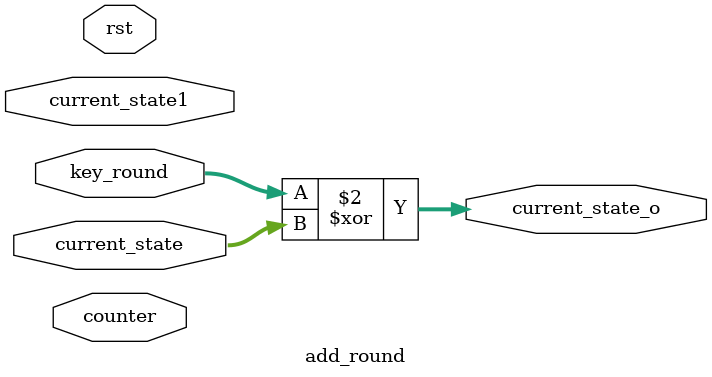
<source format=v>

module add_round(
input [63:0] key_round,
input rst,
input [63:0] current_state,
input [63:0] current_state1,
output reg [63:0]current_state_o,
input [4:0] counter

    );
    
  //assign   current_state_o = key_round ^ current_state;

   always@ (*) begin 
//       if (rst) begin
//        current_state_o = 64'b0;  
//        end 
//       else begin //if //(counter == 0) begin
        current_state_o = key_round ^ current_state;
       //end 
//       else begin
//         current_state_o = key_round ^ current_state1;
//       end 
   
   end
endmodule

</source>
